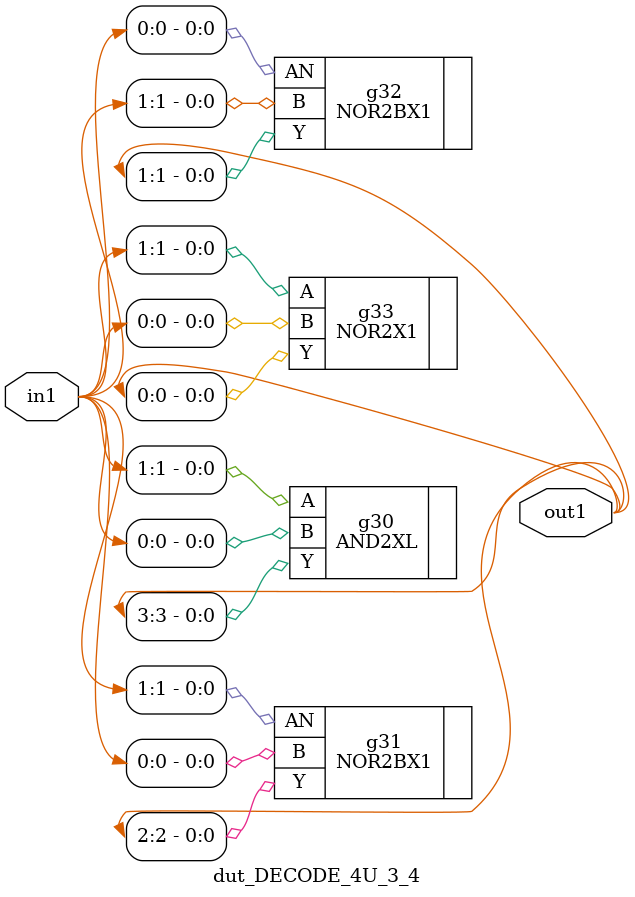
<source format=v>
`timescale 1ps / 1ps


module dut_DECODE_4U_3_4(in1, out1);
  input [1:0] in1;
  output [3:0] out1;
  wire [1:0] in1;
  wire [3:0] out1;
  AND2XL g30(.A (in1[1]), .B (in1[0]), .Y (out1[3]));
  NOR2BX1 g31(.AN (in1[1]), .B (in1[0]), .Y (out1[2]));
  NOR2BX1 g32(.AN (in1[0]), .B (in1[1]), .Y (out1[1]));
  NOR2X1 g33(.A (in1[1]), .B (in1[0]), .Y (out1[0]));
endmodule


</source>
